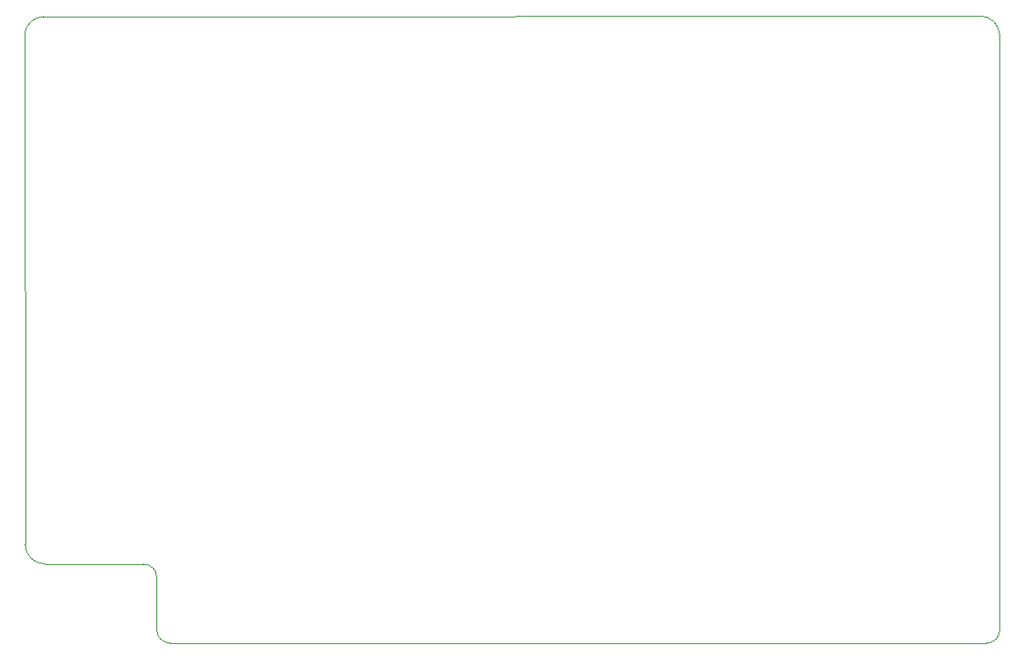
<source format=gm1>
%TF.GenerationSoftware,KiCad,Pcbnew,9.0.7*%
%TF.CreationDate,2026-01-22T10:29:24+01:00*%
%TF.ProjectId,xt-isa-umb,78742d69-7361-42d7-956d-622e6b696361,0.1*%
%TF.SameCoordinates,Original*%
%TF.FileFunction,Profile,NP*%
%FSLAX46Y46*%
G04 Gerber Fmt 4.6, Leading zero omitted, Abs format (unit mm)*
G04 Created by KiCad (PCBNEW 9.0.7) date 2026-01-22 10:29:24*
%MOMM*%
%LPD*%
G01*
G04 APERTURE LIST*
%TA.AperFunction,Profile*%
%ADD10C,0.050000*%
%TD*%
G04 APERTURE END LIST*
D10*
X100329999Y-144272000D02*
G75*
G02*
X99060000Y-143002001I1J1270000D01*
G01*
X180339999Y-143002001D02*
G75*
G02*
X179069999Y-144271999I-1269999J1D01*
G01*
X100329999Y-144272001D02*
X179069999Y-144272001D01*
X86326709Y-85462000D02*
G75*
G02*
X88138002Y-83820037I1888291J-263000D01*
G01*
X97789999Y-136652001D02*
G75*
G02*
X99059999Y-137922001I1J-1269999D01*
G01*
X178369828Y-83771153D02*
G75*
G02*
X180339962Y-85675038I65172J-1903847D01*
G01*
X180339999Y-143002001D02*
X180339999Y-85675038D01*
X88265000Y-136637777D02*
G75*
G02*
X86382723Y-134755479I0J1882277D01*
G01*
X86328250Y-85470999D02*
X86382702Y-134755479D01*
X178363881Y-83771367D02*
X88138000Y-83820000D01*
X97789999Y-136652001D02*
X88265000Y-136637777D01*
X99059999Y-143002000D02*
X99059999Y-137922001D01*
M02*

</source>
